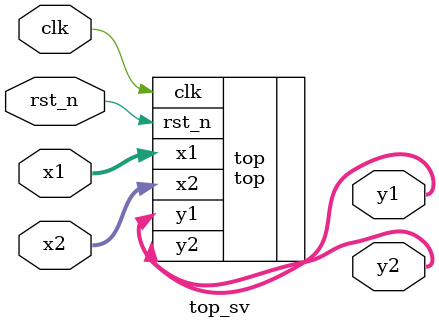
<source format=sv>
module top_sv #()
  (
  input clk,rst_n,
  input  [17 :0]        x1, x2,
  output [17 :0]       y1, y2
  );


// VHDL DUT
  top #()
  top (
    .clk(clk),
    .rst_n(rst_n),
    .x1      (x1),
    .x2 (x2),
    .y1  (y1),
    .y2 (y2)
    );


endmodule

</source>
